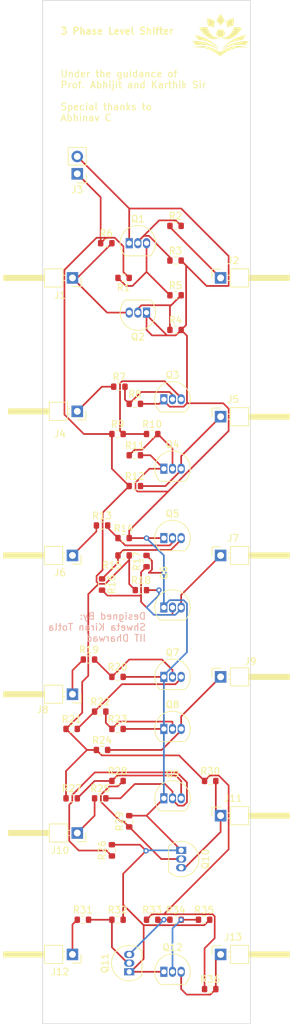
<source format=kicad_pcb>
(kicad_pcb (version 20221018) (generator pcbnew)
  (layers (0 "F.Cu" signal) (31 "B.Cu" signal) (34 "B.Paste" user) (35 "F.Paste" user) (36 "B.SilkS" user "B.Silkscreen") (37 "F.SilkS" user "F.Silkscreen") (38 "B.Mask" user) (39 "F.Mask" user) (44 "Edge.Cuts" user))
  (net 0 "")
  (net 1 "Net-(J1-Pin_1)")
  (net 2 "Net-(J2-Pin_1)")
  (net 3 "VCC")
  (net 4 "GND")
  (net 5 "Net-(Q1-B)")
  (net 6 "Net-(Q1-C)")
  (net 7 "Net-(Q2-B)")
  (net 8 "Net-(J4-Pin_1)")
  (net 9 "Net-(J5-Pin_1)")
  (net 10 "Net-(Q3-B)")
  (net 11 "Net-(Q3-C)")
  (net 12 "Net-(Q4-B)")
  (net 13 "Net-(J6-Pin_1)")
  (net 14 "Net-(J7-Pin_1)")
  (net 15 "Net-(Q5-B)")
  (net 16 "Net-(Q5-C)")
  (net 17 "Net-(Q6-B)")
  (net 18 "Net-(J8-Pin_1)")
  (net 19 "Net-(J9-Pin_1)")
  (net 20 "Net-(Q7-B)")
  (net 21 "Net-(Q7-C)")
  (net 22 "Net-(Q8-B)")
  (net 23 "Net-(J10-Pin_1)")
  (net 24 "Net-(J11-Pin_1)")
  (net 25 "Net-(Q9-B)")
  (net 26 "Net-(Q9-C)")
  (net 27 "Net-(Q10-B)")
  (net 28 "Net-(J12-Pin_1)")
  (net 29 "Net-(J13-Pin_1)")
  (net 30 "Net-(Q11-B)")
  (net 31 "Net-(Q11-C)")
  (net 32 "Net-(Q12-B)")
  (footprint "Connector_PinHeader_2.54mm:PinHeader_1x01_P2.54mm_Horizontal" (layer "F.Cu") (at 60.255 106.68 180)
    (fp_text reference "J6" (at 1.835 -2.54) (layer "F.SilkS"))
    (fp_text value "Conn_01x01_Pin")
    (pad "1" thru_hole rect (at 0 0 180) (size 1.7 1.7) (drill 1) (layers "*.Cu" "*.Mask") (net 13 "Net-(J6-Pin_1)"))
  )
  (footprint "Package_TO_SOT_THT:TO-92_Inline" (layer "F.Cu") (at 73.66 93.98)
    (fp_text reference "Q4" (at 1.27 -3.56) (layer "F.SilkS"))
    (fp_text value "PN2222A")
    (pad "1" thru_hole rect (at 0 0) (size 1.05 1.5) (drill 0.75) (layers "*.Cu" "*.Mask") (net 4 "GND"))
    (pad "2" thru_hole oval (at 1.27 0) (size 1.05 1.5) (drill 0.75) (layers "*.Cu" "*.Mask") (net 12 "Net-(Q4-B)"))
    (pad "3" thru_hole oval (at 2.54 0) (size 1.05 1.5) (drill 0.75) (layers "*.Cu" "*.Mask") (net 9 "Net-(J5-Pin_1)"))
  )
  (footprint "Package_TO_SOT_THT:TO-92_Inline" (layer "F.Cu") (at 76.2 149.86 -90)
    (fp_text reference "Q10" (at 1.27 -3.56 90) (layer "F.SilkS"))
    (fp_text value "PN2222A")
    (pad "1" thru_hole rect (at 0 0 270) (size 1.05 1.5) (drill 0.75) (layers "*.Cu" "*.Mask") (net 4 "GND"))
    (pad "2" thru_hole oval (at 1.27 0 270) (size 1.05 1.5) (drill 0.75) (layers "*.Cu" "*.Mask") (net 27 "Net-(Q10-B)"))
    (pad "3" thru_hole oval (at 2.54 0 270) (size 1.05 1.5) (drill 0.75) (layers "*.Cu" "*.Mask") (net 24 "Net-(J11-Pin_1)"))
  )
  (footprint "Resistor_SMD:R_0603_1608Metric" (layer "F.Cu") (at 62.675 121.92)
    (fp_text reference "R19" (at 0 -1.43) (layer "F.SilkS"))
    (fp_text value "1K")
    (pad "1" smd roundrect (at -0.825 0) (size 0.8 0.95) (layers "F.Cu" "F.Paste" "F.Mask") (net 18 "Net-(J8-Pin_1)"))
    (pad "2" smd roundrect (at 0.825 0) (size 0.8 0.95) (layers "F.Cu" "F.Paste" "F.Mask") (net 20 "Net-(Q7-B)"))
  )
  (footprint "Resistor_SMD:R_0603_1608Metric" (layer "F.Cu") (at 69.405 92.01)
    (fp_text reference "R11" (at 0 -1.43) (layer "F.SilkS"))
    (fp_text value "3.3K")
    (pad "1" smd roundrect (at -0.825 0) (size 0.8 0.95) (layers "F.Cu" "F.Paste" "F.Mask") (net 12 "Net-(Q4-B)"))
    (pad "2" smd roundrect (at 0.825 0) (size 0.8 0.95) (layers "F.Cu" "F.Paste" "F.Mask") (net 4 "GND"))
  )
  (footprint "Resistor_SMD:R_0603_1608Metric" (layer "F.Cu") (at 79.565 160.02)
    (fp_text reference "R35" (at 0 -1.43) (layer "F.SilkS"))
    (fp_text value "3.3K")
    (pad "1" smd roundrect (at -0.825 0) (size 0.8 0.95) (layers "F.Cu" "F.Paste" "F.Mask") (net 32 "Net-(Q12-B)"))
    (pad "2" smd roundrect (at 0.825 0) (size 0.8 0.95) (layers "F.Cu" "F.Paste" "F.Mask") (net 4 "GND"))
  )
  (footprint "Resistor_SMD:R_0603_1608Metric" (layer "F.Cu") (at 70.295 111.76)
    (fp_text reference "R18" (at 0 -1.43) (layer "F.SilkS"))
    (fp_text value "150")
    (pad "1" smd roundrect (at -0.825 0) (size 0.8 0.95) (layers "F.Cu" "F.Paste" "F.Mask") (net 3 "VCC"))
    (pad "2" smd roundrect (at 0.825 0) (size 0.8 0.95) (layers "F.Cu" "F.Paste" "F.Mask") (net 14 "Net-(J7-Pin_1)"))
  )
  (footprint "Package_TO_SOT_THT:TO-92_Inline" (layer "F.Cu") (at 73.66 83.82)
    (fp_text reference "Q3" (at 1.27 -3.56) (layer "F.SilkS"))
    (fp_text value "PN2222A")
    (pad "1" thru_hole rect (at 0 0) (size 1.05 1.5) (drill 0.75) (layers "*.Cu" "*.Mask") (net 4 "GND"))
    (pad "2" thru_hole oval (at 1.27 0) (size 1.05 1.5) (drill 0.75) (layers "*.Cu" "*.Mask") (net 10 "Net-(Q3-B)"))
    (pad "3" thru_hole oval (at 2.54 0) (size 1.05 1.5) (drill 0.75) (layers "*.Cu" "*.Mask") (net 11 "Net-(Q3-C)"))
  )
  (footprint "Resistor_SMD:R_0603_1608Metric" (layer "F.Cu") (at 69.405 96.52)
    (fp_text reference "R12" (at 0 -1.43) (layer "F.SilkS"))
    (fp_text value "150")
    (pad "1" smd roundrect (at -0.825 0) (size 0.8 0.95) (layers "F.Cu" "F.Paste" "F.Mask") (net 3 "VCC"))
    (pad "2" smd roundrect (at 0.825 0) (size 0.8 0.95) (layers "F.Cu" "F.Paste" "F.Mask") (net 9 "Net-(J5-Pin_1)"))
  )
  (footprint "Resistor_SMD:R_0603_1608Metric" (layer "F.Cu") (at 75.375 160.02)
    (fp_text reference "R34" (at 0 -1.43) (layer "F.SilkS"))
    (fp_text value "100")
    (pad "1" smd roundrect (at -0.825 0) (size 0.8 0.95) (layers "F.Cu" "F.Paste" "F.Mask") (net 31 "Net-(Q11-C)"))
    (pad "2" smd roundrect (at 0.825 0) (size 0.8 0.95) (layers "F.Cu" "F.Paste" "F.Mask") (net 32 "Net-(Q12-B)"))
  )
  (footprint "Connector_PinHeader_2.54mm:PinHeader_1x01_P2.54mm_Horizontal" (layer "F.Cu") (at 60.96 85.58 180)
    (fp_text reference "J4" (at 2.54 -3.32) (layer "F.SilkS"))
    (fp_text value "Conn_01x01_Pin")
    (pad "1" thru_hole rect (at 0 0 180) (size 1.7 1.7) (drill 1) (layers "*.Cu" "*.Mask") (net 8 "Net-(J4-Pin_1)"))
  )
  (footprint "Connector_PinHeader_2.54mm:PinHeader_1x01_P2.54mm_Horizontal" (layer "F.Cu") (at 60.255 127 180)
    (fp_text reference "J8" (at 4.385 -2.27) (layer "F.SilkS"))
    (fp_text value "Conn_01x01_Pin")
    (pad "1" thru_hole rect (at 0 0 180) (size 1.7 1.7) (drill 1) (layers "*.Cu" "*.Mask") (net 18 "Net-(J8-Pin_1)"))
  )
  (footprint "Connector_PinHeader_2.54mm:PinHeader_1x01_P2.54mm_Horizontal" (layer "F.Cu") (at 60.255 66.04 180)
    (fp_text reference "J1" (at 1.835 -2.54) (layer "F.SilkS"))
    (fp_text value "Conn_01x01_Pin")
    (pad "1" thru_hole rect (at 0 0 180) (size 1.7 1.7) (drill 1) (layers "*.Cu" "*.Mask") (net 1 "Net-(J1-Pin_1)"))
  )
  (footprint "Resistor_SMD:R_0603_1608Metric" (layer "F.Cu") (at 66.865 124.46)
    (fp_text reference "R20" (at 0 -1.43) (layer "F.SilkS"))
    (fp_text value "3.3K")
    (pad "1" smd roundrect (at -0.825 0) (size 0.8 0.95) (layers "F.Cu" "F.Paste" "F.Mask") (net 20 "Net-(Q7-B)"))
    (pad "2" smd roundrect (at 0.825 0) (size 0.8 0.95) (layers "F.Cu" "F.Paste" "F.Mask") (net 4 "GND"))
  )
  (footprint "Connector_PinHeader_2.54mm:PinHeader_1x01_P2.54mm_Horizontal" (layer "F.Cu") (at 81.985 165.1)
    (fp_text reference "J13" (at 1.835 -2.54) (layer "F.SilkS"))
    (fp_text value "Conn_01x01_Pin")
    (pad "1" thru_hole rect (at 0 0) (size 1.7 1.7) (drill 1) (layers "*.Cu" "*.Mask") (net 29 "Net-(J13-Pin_1)"))
  )
  (footprint "Package_TO_SOT_THT:TO-92_Inline" (layer "F.Cu") (at 73.66 114.3)
    (fp_text reference "Q6" (at 0 -5.08 90) (layer "F.SilkS"))
    (fp_text value "PN2222A")
    (pad "1" thru_hole rect (at 0 0) (size 1.05 1.5) (drill 0.75) (layers "*.Cu" "*.Mask") (net 4 "GND"))
    (pad "2" thru_hole oval (at 1.27 0) (size 1.05 1.5) (drill 0.75) (layers "*.Cu" "*.Mask") (net 17 "Net-(Q6-B)"))
    (pad "3" thru_hole oval (at 2.54 0) (size 1.05 1.5) (drill 0.75) (layers "*.Cu" "*.Mask") (net 14 "Net-(J7-Pin_1)"))
  )
  (footprint "Package_TO_SOT_THT:TO-92_Inline" (layer "F.Cu") (at 73.66 124.46)
    (fp_text reference "Q7" (at 1.27 -3.56) (layer "F.SilkS"))
    (fp_text value "PN2222A")
    (pad "1" thru_hole rect (at 0 0) (size 1.05 1.5) (drill 0.75) (layers "*.Cu" "*.Mask") (net 4 "GND"))
    (pad "2" thru_hole oval (at 1.27 0) (size 1.05 1.5) (drill 0.75) (layers "*.Cu" "*.Mask") (net 20 "Net-(Q7-B)"))
    (pad "3" thru_hole oval (at 2.54 0) (size 1.05 1.5) (drill 0.75) (layers "*.Cu" "*.Mask") (net 21 "Net-(Q7-C)"))
  )
  (footprint "Package_TO_SOT_THT:TO-92_Inline" (layer "F.Cu") (at 73.66 104.14)
    (fp_text reference "Q5" (at 1.27 -3.56) (layer "F.SilkS"))
    (fp_text value "PN2222A")
    (pad "1" thru_hole rect (at 0 0) (size 1.05 1.5) (drill 0.75) (layers "*.Cu" "*.Mask") (net 4 "GND"))
    (pad "2" thru_hole oval (at 1.27 0) (size 1.05 1.5) (drill 0.75) (layers "*.Cu" "*.Mask") (net 15 "Net-(Q5-B)"))
    (pad "3" thru_hole oval (at 2.54 0) (size 1.05 1.5) (drill 0.75) (layers "*.Cu" "*.Mask") (net 16 "Net-(Q5-C)"))
  )
  (footprint "Resistor_SMD:R_0603_1608Metric" (layer "F.Cu") (at 67.755 104.14)
    (fp_text reference "R14" (at 0 -1.43) (layer "F.SilkS"))
    (fp_text value "3.3K")
    (pad "1" smd roundrect (at -0.825 0) (size 0.8 0.95) (layers "F.Cu" "F.Paste" "F.Mask") (net 15 "Net-(Q5-B)"))
    (pad "2" smd roundrect (at 0.825 0) (size 0.8 0.95) (layers "F.Cu" "F.Paste" "F.Mask") (net 4 "GND"))
  )
  (footprint "Resistor_SMD:R_0603_1608Metric" (layer "F.Cu") (at 66.865 160.02)
    (fp_text reference "R32" (at 0 -1.43) (layer "F.SilkS"))
    (fp_text value "3.3K")
    (pad "1" smd roundrect (at -0.825 0) (size 0.8 0.95) (layers "F.Cu" "F.Paste" "F.Mask") (net 30 "Net-(Q11-B)"))
    (pad "2" smd roundrect (at 0.825 0) (size 0.8 0.95) (layers "F.Cu" "F.Paste" "F.Mask") (net 4 "GND"))
  )
  (footprint "Resistor_SMD:R_0603_1608Metric" (layer "F.Cu") (at 66.865 132.08)
    (fp_text reference "R23" (at 0 -1.43) (layer "F.SilkS"))
    (fp_text value "3.3K")
    (pad "1" smd roundrect (at -0.825 0) (size 0.8 0.95) (layers "F.Cu" "F.Paste" "F.Mask") (net 22 "Net-(Q8-B)"))
    (pad "2" smd roundrect (at 0.825 0) (size 0.8 0.95) (layers "F.Cu" "F.Paste" "F.Mask") (net 4 "GND"))
  )
  (footprint "Connector_PinHeader_2.54mm:PinHeader_1x01_P2.54mm_Horizontal" (layer "F.Cu") (at 81.985 144.78)
    (fp_text reference "J11" (at 1.835 -2.54) (layer "F.SilkS"))
    (fp_text value "Conn_01x01_Pin")
    (pad "1" thru_hole rect (at 0 0) (size 1.7 1.7) (drill 1) (layers "*.Cu" "*.Mask") (net 24 "Net-(J11-Pin_1)"))
  )
  (footprint "Resistor_SMD:R_0603_1608Metric" (layer "F.Cu") (at 71.12 107.505 90)
    (fp_text reference "R17" (at 0 -1.43 90) (layer "F.SilkS"))
    (fp_text value "3.3K")
    (pad "1" smd roundrect (at -0.825 0 90) (size 0.8 0.95) (layers "F.Cu" "F.Paste" "F.Mask") (net 17 "Net-(Q6-B)"))
    (pad "2" smd roundrect (at 0.825 0 90) (size 0.8 0.95) (layers "F.Cu" "F.Paste" "F.Mask") (net 4 "GND"))
  )
  (footprint "Connector_PinHeader_2.54mm:PinHeader_1x01_P2.54mm_Horizontal" (layer "F.Cu") (at 81.985 124.46)
    (fp_text reference "J9" (at 4.385 -2.27) (layer "F.SilkS"))
    (fp_text value "Conn_01x01_Pin")
    (pad "1" thru_hole rect (at 0 0) (size 1.7 1.7) (drill 1) (layers "*.Cu" "*.Mask") (net 19 "Net-(J9-Pin_1)"))
  )
  (footprint "Resistor_SMD:R_0603_1608Metric" (layer "F.Cu") (at 61.785 160.02)
    (fp_text reference "R31" (at 0 -1.43) (layer "F.SilkS"))
    (fp_text value "1K")
    (pad "1" smd roundrect (at -0.825 0) (size 0.8 0.95) (layers "F.Cu" "F.Paste" "F.Mask") (net 28 "Net-(J12-Pin_1)"))
    (pad "2" smd roundrect (at 0.825 0) (size 0.8 0.95) (layers "F.Cu" "F.Paste" "F.Mask") (net 30 "Net-(Q11-B)"))
  )
  (footprint "Resistor_SMD:R_0603_1608Metric" (layer "F.Cu") (at 66.04 149.86 90)
    (fp_text reference "R26" (at 0 -1.43 90) (layer "F.SilkS"))
    (fp_text value "3.3K")
    (pad "1" smd roundrect (at -0.825 0 90) (size 0.8 0.95) (layers "F.Cu" "F.Paste" "F.Mask") (net 25 "Net-(Q9-B)"))
    (pad "2" smd roundrect (at 0.825 0 90) (size 0.8 0.95) (layers "F.Cu" "F.Paste" "F.Mask") (net 4 "GND"))
  )
  (footprint "Connector_PinHeader_2.54mm:PinHeader_1x01_P2.54mm_Horizontal" (layer "F.Cu") (at 81.985 86.36)
    (fp_text reference "J5" (at 1.835 -2.54) (layer "F.SilkS"))
    (fp_text value "Conn_01x01_Pin")
    (pad "1" thru_hole rect (at 0 0) (size 1.7 1.7) (drill 1) (layers "*.Cu" "*.Mask") (net 9 "Net-(J5-Pin_1)"))
  )
  (footprint "Connector_PinHeader_2.54mm:PinHeader_1x02_P2.54mm_Vertical" (layer "F.Cu") (at 60.96 50.8 180)
    (fp_text reference "J3" (at 0 -2.33) (layer "F.SilkS"))
    (fp_text value "Conn_01x02_Pin")
    (pad "1" thru_hole rect (at 0 0 180) (size 1.7 1.7) (drill 1) (layers "*.Cu" "*.Mask") (net 3 "VCC"))
    (pad "2" thru_hole oval (at 0 2.54 180) (size 1.7 1.7) (drill 1) (layers "*.Cu" "*.Mask") (net 4 "GND"))
  )
  (footprint "Connector_PinHeader_2.54mm:PinHeader_1x01_P2.54mm_Horizontal" (layer "F.Cu") (at 60.255 165.1 180)
    (fp_text reference "J12" (at 1.835 -2.54) (layer "F.SilkS"))
    (fp_text value "Conn_01x01_Pin")
    (pad "1" thru_hole rect (at 0 0 180) (size 1.7 1.7) (drill 1) (layers "*.Cu" "*.Mask") (net 28 "Net-(J12-Pin_1)"))
  )
  (footprint "Resistor_SMD:R_0603_1608Metric" (layer "F.Cu") (at 65.215 60.96)
    (fp_text reference "R6" (at 0 -1.43) (layer "F.SilkS"))
    (fp_text value "150")
    (pad "1" smd roundrect (at -0.825 0) (size 0.8 0.95) (layers "F.Cu" "F.Paste" "F.Mask") (net 3 "VCC"))
    (pad "2" smd roundrect (at 0.825 0) (size 0.8 0.95) (layers "F.Cu" "F.Paste" "F.Mask") (net 1 "Net-(J1-Pin_1)"))
  )
  (footprint "Resistor_SMD:R_0603_1608Metric" (layer "F.Cu") (at 64.59 110.935 -90)
    (fp_text reference "R16" (at 0 -1.43 90) (layer "F.SilkS"))
    (fp_text value "100")
    (pad "1" smd roundrect (at -0.825 0 270) (size 0.8 0.95) (layers "F.Cu" "F.Paste" "F.Mask") (net 16 "Net-(Q5-C)"))
    (pad "2" smd roundrect (at 0.825 0 270) (size 0.8 0.95) (layers "F.Cu" "F.Paste" "F.Mask") (net 17 "Net-(Q6-B)"))
  )
  (footprint "Resistor_SMD:R_0603_1608Metric" (layer "F.Cu") (at 66.865 139.7)
    (fp_text reference "R28" (at 0 -1.43) (layer "F.SilkS"))
    (fp_text value "100")
    (pad "1" smd roundrect (at -0.825 0) (size 0.8 0.95) (layers "F.Cu" "F.Paste" "F.Mask") (net 26 "Net-(Q9-C)"))
    (pad "2" smd roundrect (at 0.825 0) (size 0.8 0.95) (layers "F.Cu" "F.Paste" "F.Mask") (net 27 "Net-(Q10-B)"))
  )
  (footprint "Resistor_SMD:R_0603_1608Metric" (layer "F.Cu") (at 71.945 88.9)
    (fp_text reference "R10" (at 0 -1.43) (layer "F.SilkS"))
    (fp_text value "100")
    (pad "1" smd roundrect (at -0.825 0) (size 0.8 0.95) (layers "F.Cu" "F.Paste" "F.Mask") (net 11 "Net-(Q3-C)"))
    (pad "2" smd roundrect (at 0.825 0) (size 0.8 0.95) (layers "F.Cu" "F.Paste" "F.Mask") (net 12 "Net-(Q4-B)"))
  )
  (footprint "Resistor_SMD:R_0603_1608Metric" (layer "F.Cu") (at 60.135 132.08)
    (fp_text reference "R21" (at 0 -1.43) (layer "F.SilkS"))
    (fp_text value "1K")
    (pad "1" smd roundrect (at -0.825 0) (size 0.8 0.95) (layers "F.Cu" "F.Paste" "F.Mask") (net 3 "VCC"))
    (pad "2" smd roundrect (at 0.825 0) (size 0.8 0.95) (layers "F.Cu" "F.Paste" "F.Mask") (net 21 "Net-(Q7-C)"))
  )
  (footprint "Resistor_SMD:R_0603_1608Metric" (layer "F.Cu") (at 75.375 63.5)
    (fp_text reference "R3" (at 0 -1.43) (layer "F.SilkS"))
    (fp_text value "3.3K")
    (pad "1" smd roundrect (at -0.825 0) (size 0.8 0.95) (layers "F.Cu" "F.Paste" "F.Mask") (net 5 "Net-(Q1-B)"))
    (pad "2" smd roundrect (at 0.825 0) (size 0.8 0.95) (layers "F.Cu" "F.Paste" "F.Mask") (net 4 "GND"))
  )
  (footprint "Connector_PinHeader_2.54mm:PinHeader_1x01_P2.54mm_Horizontal" (layer "F.Cu") (at 60.96 147.32 180)
    (fp_text reference "J10" (at 2.54 -2.54) (layer "F.SilkS"))
    (fp_text value "Conn_01x01_Pin")
    (pad "1" thru_hole rect (at 0 0 180) (size 1.7 1.7) (drill 1) (layers "*.Cu" "*.Mask") (net 23 "Net-(J10-Pin_1)"))
  )
  (footprint "Resistor_SMD:R_0603_1608Metric" (layer "F.Cu") (at 69.405 84.48)
    (fp_text reference "R8" (at 0 -1.43) (layer "F.SilkS"))
    (fp_text value "3.3K")
    (pad "1" smd roundrect (at -0.825 0) (size 0.8 0.95) (layers "F.Cu" "F.Paste" "F.Mask") (net 10 "Net-(Q3-B)"))
    (pad "2" smd roundrect (at 0.825 0) (size 0.8 0.95) (layers "F.Cu" "F.Paste" "F.Mask") (net 4 "GND"))
  )
  (footprint "Resistor_SMD:R_0603_1608Metric" (layer "F.Cu") (at 68.58 145.605 90)
    (fp_text reference "R29" (at 0 -1.43 90) (layer "F.SilkS"))
    (fp_text value "3.3K")
    (pad "1" smd roundrect (at -0.825 0 90) (size 0.8 0.95) (layers "F.Cu" "F.Paste" "F.Mask") (net 27 "Net-(Q10-B)"))
    (pad "2" smd roundrect (at 0.825 0 90) (size 0.8 0.95) (layers "F.Cu" "F.Paste" "F.Mask") (net 4 "GND"))
  )
  (footprint "Resistor_SMD:R_0603_1608Metric" (layer "F.Cu") (at 75.375 58.42)
    (fp_text reference "R2" (at 0 -1.43) (layer "F.SilkS"))
    (fp_text value "1K")
    (pad "1" smd roundrect (at -0.825 0) (size 0.8 0.95) (layers "F.Cu" "F.Paste" "F.Mask") (net 2 "Net-(J2-Pin_1)"))
    (pad "2" smd roundrect (at 0.825 0) (size 0.8 0.95) (layers "F.Cu" "F.Paste" "F.Mask") (net 5 "Net-(Q1-B)"))
  )
  (footprint "Package_TO_SOT_THT:TO-92_Inline" (layer "F.Cu") (at 68.58 167.64 90)
    (fp_text reference "Q11" (at 1.27 -3.56 90) (layer "F.SilkS"))
    (fp_text value "PN2222A")
    (pad "1" thru_hole rect (at 0 0 90) (size 1.05 1.5) (drill 0.75) (layers "*.Cu" "*.Mask") (net 4 "GND"))
    (pad "2" thru_hole oval (at 1.27 0 90) (size 1.05 1.5) (drill 0.75) (layers "*.Cu" "*.Mask") (net 30 "Net-(Q11-B)"))
    (pad "3" thru_hole oval (at 2.54 0 90) (size 1.05 1.5) (drill 0.75) (layers "*.Cu" "*.Mask") (net 31 "Net-(Q11-C)"))
  )
  (footprint "Resistor_SMD:R_0603_1608Metric" (layer "F.Cu") (at 67.755 106.68 180)
    (fp_text reference "R15" (at 1.715 -1.43) (layer "F.SilkS"))
    (fp_text value "1K")
    (pad "1" smd roundrect (at -0.825 0 180) (size 0.8 0.95) (layers "F.Cu" "F.Paste" "F.Mask") (net 3 "VCC"))
    (pad "2" smd roundrect (at 0.825 0 180) (size 0.8 0.95) (layers "F.Cu" "F.Paste" "F.Mask") (net 16 "Net-(Q5-C)"))
  )
  (footprint "Connector_PinHeader_2.54mm:PinHeader_1x01_P2.54mm_Horizontal" (layer "F.Cu") (at 81.985 66.04)
    (fp_text reference "J2" (at 1.835 -2.54) (layer "F.SilkS"))
    (fp_text value "Conn_01x01_Pin")
    (pad "1" thru_hole rect (at 0 0) (size 1.7 1.7) (drill 1) (layers "*.Cu" "*.Mask") (net 2 "Net-(J2-Pin_1)"))
  )
  (footprint "Resistor_SMD:R_0603_1608Metric" (layer "F.Cu") (at 64.325 129.54)
    (fp_text reference "R22" (at 0 -1.43) (layer "F.SilkS"))
    (fp_text value "100")
    (pad "1" smd roundrect (at -0.825 0) (size 0.8 0.95) (layers "F.Cu" "F.Paste" "F.Mask") (net 21 "Net-(Q7-C)"))
    (pad "2" smd roundrect (at 0.825 0) (size 0.8 0.95) (layers "F.Cu" "F.Paste" "F.Mask") (net 22 "Net-(Q8-B)"))
  )
  (footprint "Resistor_SMD:R_0603_1608Metric" (layer "F.Cu") (at 66.865 88.9)
    (fp_text reference "R9" (at 0 -1.43) (layer "F.SilkS"))
    (fp_text value "1K")
    (pad "1" smd roundrect (at -0.825 0) (size 0.8 0.95) (layers "F.Cu" "F.Paste" "F.Mask") (net 3 "VCC"))
    (pad "2" smd roundrect (at 0.825 0) (size 0.8 0.95) (layers "F.Cu" "F.Paste" "F.Mask") (net 11 "Net-(Q3-C)"))
  )
  (footprint "Package_TO_SOT_THT:TO-92_Inline" (layer "F.Cu") (at 73.66 132.08)
    (fp_text reference "Q8" (at 1.27 -3.56) (layer "F.SilkS"))
    (fp_text value "PN2222A")
    (pad "1" thru_hole rect (at 0 0) (size 1.05 1.5) (drill 0.75) (layers "*.Cu" "*.Mask") (net 4 "GND"))
    (pad "2" thru_hole oval (at 1.27 0) (size 1.05 1.5) (drill 0.75) (layers "*.Cu" "*.Mask") (net 22 "Net-(Q8-B)"))
    (pad "3" thru_hole oval (at 2.54 0) (size 1.05 1.5) (drill 0.75) (layers "*.Cu" "*.Mask") (net 19 "Net-(J9-Pin_1)"))
  )
  (footprint "Level Shifter:iitdh_logo" (layer "F.Cu") (at 81.28 30.48)
    (fp_text reference "G***" hide)
    (fp_text value "LOGO" hide)
  )
  (footprint "Resistor_SMD:R_0603_1608Metric" (layer "F.Cu") (at 75.375 68.58)
    (fp_text reference "R5" (at 0 -1.43) (layer "F.SilkS"))
    (fp_text value "100")
    (pad "1" smd roundrect (at -0.825 0) (size 0.8 0.95) (layers "F.Cu" "F.Paste" "F.Mask") (net 6 "Net-(Q1-C)"))
    (pad "2" smd roundrect (at 0.825 0) (size 0.8 0.95) (layers "F.Cu" "F.Paste" "F.Mask") (net 7 "Net-(Q2-B)"))
  )
  (footprint "Resistor_SMD:R_0603_1608Metric" (layer "F.Cu") (at 64.59 102.29)
    (fp_text reference "R13" (at 0 -1.43) (layer "F.SilkS"))
    (fp_text value "1K")
    (pad "1" smd roundrect (at -0.825 0) (size 0.8 0.95) (layers "F.Cu" "F.Paste" "F.Mask") (net 13 "Net-(J6-Pin_1)"))
    (pad "2" smd roundrect (at 0.825 0) (size 0.8 0.95) (layers "F.Cu" "F.Paste" "F.Mask") (net 15 "Net-(Q5-B)"))
  )
  (footprint "Package_TO_SOT_THT:TO-92_Inline" (layer "F.Cu") (at 73.66 142.24)
    (fp_text reference "Q9" (at 1.27 -3.56) (layer "F.SilkS"))
    (fp_text value "PN2222A")
    (pad "1" thru_hole rect (at 0 0) (size 1.05 1.5) (drill 0.75) (layers "*.Cu" "*.Mask") (net 4 "GND"))
    (pad "2" thru_hole oval (at 1.27 0) (size 1.05 1.5) (drill 0.75) (layers "*.Cu" "*.Mask") (net 25 "Net-(Q9-B)"))
    (pad "3" thru_hole oval (at 2.54 0) (size 1.05 1.5) (drill 0.75) (layers "*.Cu" "*.Mask") (net 26 "Net-(Q9-C)"))
  )
  (footprint "Resistor_SMD:R_0603_1608Metric" (layer "F.Cu") (at 64.59 135.16)
    (fp_text reference "R24" (at 0 -1.43) (layer "F.SilkS"))
    (fp_text value "150")
    (pad "1" smd roundrect (at -0.825 0) (size 0.8 0.95) (layers "F.Cu" "F.Paste" "F.Mask") (net 3 "VCC"))
    (pad "2" smd roundrect (at 0.825 0) (size 0.8 0.95) (layers "F.Cu" "F.Paste" "F.Mask") (net 19 "Net-(J9-Pin_1)"))
  )
  (footprint "Resistor_SMD:R_0603_1608Metric" (layer "F.Cu") (at 71.945 160.02)
    (fp_text reference "R33" (at 0 -1.43) (layer "F.SilkS"))
    (fp_text value "1K")
    (pad "1" smd roundrect (at -0.825 0) (size 0.8 0.95) (layers "F.Cu" "F.Paste" "F.Mask") (net 3 "VCC"))
    (pad "2" smd roundrect (at 0.825 0) (size 0.8 0.95) (layers "F.Cu" "F.Paste" "F.Mask") (net 31 "Net-(Q11-C)"))
  )
  (footprint "Connector_PinHeader_2.54mm:PinHeader_1x01_P2.54mm_Horizontal" (layer "F.Cu") (at 81.985 106.68)
    (fp_text reference "J7" (at 1.835 -2.54) (layer "F.SilkS"))
    (fp_text value "Conn_01x01_Pin")
    (pad "1" thru_hole rect (at 0 0) (size 1.7 1.7) (drill 1) (layers "*.Cu" "*.Mask") (net 14 "Net-(J7-Pin_1)"))
  )
  (footprint "Resistor_SMD:R_0603_1608Metric" (layer "F.Cu") (at 60.135 142.24)
    (fp_text reference "R27" (at 0 -1.43) (layer "F.SilkS"))
    (fp_text value "1K")
    (pad "1" smd roundrect (at -0.825 0) (size 0.8 0.95) (layers "F.Cu" "F.Paste" "F.Mask") (net 3 "VCC"))
    (pad "2" smd roundrect (at 0.825 0) (size 0.8 0.95) (layers "F.Cu" "F.Paste" "F.Mask") (net 26 "Net-(Q9-C)"))
  )
  (footprint "Package_TO_SOT_THT:TO-92_Inline" (layer "F.Cu") (at 68.58 60.96)
    (fp_text reference "Q1" (at 1.27 -3.56) (layer "F.SilkS"))
    (fp_text value "PN2222A")
    (pad "1" thru_hole rect (at 0 0) (size 1.05 1.5) (drill 0.75) (layers "*.Cu" "*.Mask") (net 4 "GND"))
    (pad "2" thru_hole oval (at 1.27 0) (size 1.05 1.5) (drill 0.75) (layers "*.Cu" "*.Mask") (net 5 "Net-(Q1-B)"))
    (pad "3" thru_hole oval (at 2.54 0) (size 1.05 1.5) (drill 0.75) (layers "*.Cu" "*.Mask") (net 6 "Net-(Q1-C)"))
  )
  (footprint "Resistor_SMD:R_0603_1608Metric" (layer "F.Cu") (at 80.455 139.7)
    (fp_text reference "R30" (at 0 -1.43) (layer "F.SilkS"))
    (fp_text value "150")
    (pad "1" smd roundrect (at -0.825 0) (size 0.8 0.95) (layers "F.Cu" "F.Paste" "F.Mask") (net 3 "VCC"))
    (pad "2" smd roundrect (at 0.825 0) (size 0.8 0.95) (layers "F.Cu" "F.Paste" "F.Mask") (net 24 "Net-(J11-Pin_1)"))
  )
  (footprint "Resistor_SMD:R_0603_1608Metric" (layer "F.Cu") (at 75.375 73.66)
    (fp_text reference "R4" (at 0 -1.43) (layer "F.SilkS"))
    (fp_text value "3.3K")
    (pad "1" smd roundrect (at -0.825 0) (size 0.8 0.95) (layers "F.Cu" "F.Paste" "F.Mask") (net 7 "Net-(Q2-B)"))
    (pad "2" smd roundrect (at 0.825 0) (size 0.8 0.95) (layers "F.Cu" "F.Paste" "F.Mask") (net 4 "GND"))
  )
  (footprint "Resistor_SMD:R_0603_1608Metric" (layer "F.Cu") (at 67.755 66.04 180)
    (fp_text reference "R1" (at 0 -1.43) (layer "F.SilkS"))
    (fp_text value "1K")
    (pad "1" smd roundrect (at -0.825 0 180) (size 0.8 0.95) (layers "F.Cu" "F.Paste" "F.Mask") (net 3 "VCC"))
    (pad "2" smd roundrect (at 0.825 0 180) (size 0.8 0.95) (layers "F.Cu" "F.Paste" "F.Mask") (net 6 "Net-(Q1-C)"))
  )
  (footprint "Resistor_SMD:R_0603_1608Metric" (layer "F.Cu") (at 64.325 142.24)
    (fp_text reference "R25" (at 0 -1.43) (layer "F.SilkS"))
    (fp_text value "1K")
    (pad "1" smd roundrect (at -0.825 0) (size 0.8 0.95) (layers "F.Cu" "F.Paste" "F.Mask") (net 23 "Net-(J10-Pin_1)"))
    (pad "2" smd roundrect (at 0.825 0) (size 0.8 0.95) (layers "F.Cu" "F.Paste" "F.Mask") (net 25 "Net-(Q9-B)"))
  )
  (footprint "Package_TO_SOT_THT:TO-92_Inline" (layer "F.Cu") (at 73.66 167.64)
    (fp_text reference "Q12" (at 1.27 -3.56) (layer "F.SilkS"))
    (fp_text value "PN2222A")
    (pad "1" thru_hole rect (at 0 0) (size 1.05 1.5) (drill 0.75) (layers "*.Cu" "*.Mask") (net 4 "GND"))
    (pad "2" thru_hole oval (at 1.27 0) (size 1.05 1.5) (drill 0.75) (layers "*.Cu" "*.Mask") (net 32 "Net-(Q12-B)"))
    (pad "3" thru_hole oval (at 2.54 0) (size 1.05 1.5) (drill 0.75) (layers "*.Cu" "*.Mask") (net 29 "Net-(J13-Pin_1)"))
  )
  (footprint "Package_TO_SOT_THT:TO-92_Inline" (layer "F.Cu") (at 71.12 71.12 180)
    (fp_text reference "Q2" (at 1.27 -3.56) (layer "F.SilkS"))
    (fp_text value "PN2222A")
    (pad "1" thru_hole rect (at 0 0 180) (size 1.05 1.5) (drill 0.75) (layers "*.Cu" "*.Mask") (net 4 "GND"))
    (pad "2" thru_hole oval (at 1.27 0 180) (size 1.05 1.5) (drill 0.75) (layers "*.Cu" "*.Mask") (net 7 "Net-(Q2-B)"))
    (pad "3" thru_hole oval (at 2.54 0 180) (size 1.05 1.5) (drill 0.75) (layers "*.Cu" "*.Mask") (net 1 "Net-(J1-Pin_1)"))
  )
  (footprint "Resistor_SMD:R_0603_1608Metric" (layer "F.Cu") (at 67.13 81.97)
    (fp_text reference "R7" (at 0 -1.43) (layer "F.SilkS"))
    (fp_text value "1K")
    (pad "1" smd roundrect (at -0.825 0) (size 0.8 0.95) (layers "F.Cu" "F.Paste" "F.Mask") (net 8 "Net-(J4-Pin_1)"))
    (pad "2" smd roundrect (at 0.825 0) (size 0.8 0.95) (layers "F.Cu" "F.Paste" "F.Mask") (net 10 "Net-(Q3-B)"))
  )
  (footprint "Resistor_SMD:R_0603_1608Metric" (layer "F.Cu") (at 80.455 170.18)
    (fp_text reference "R36" (at 0 -1.43) (layer "F.SilkS"))
    (fp_text value "150")
    (pad "1" smd roundrect (at -0.825 0) (size 0.8 0.95) (layers "F.Cu" "F.Paste" "F.Mask") (net 3 "VCC"))
    (pad "2" smd roundrect (at 0.825 0) (size 0.8 0.95) (layers "F.Cu" "F.Paste" "F.Mask") (net 29 "Net-(J13-Pin_1)"))
  )
  (gr_rect (start 55.88 25.4) (end 86.36 175.26) (stroke (width 0.1)) (fill none) (layer "Edge.Cuts"))
  (gr_text "Designed By:\nShweta Kiran Totla\nIIT Dharwad" (at 71.12 119.38) (layer "B.SilkS") (effects (font (size 1 1)) (justify left bottom mirror)))
  (gr_text "3 Phase Level Shifter" (at 58.42 30.48) (layer "F.SilkS") (effects (font (size 1 1) (thickness 0.2) bold) (justify left bottom)))
  (gr_text "Under the guidance of \nProf. Abhijit and Karthik Sir\n\nSpecial thanks to \nAbhinav C" (at 58.42 43.18) (layer "F.SilkS") (effects (font (size 1 1)) (justify left bottom)))
  (segment (start 68.58 71.67) (end 68.58 71.12) (width 0.25) (layer "F.Cu") (net 1))
  (segment (start 65.335 71.12) (end 60.255 66.04) (width 0.25) (layer "F.Cu") (net 1))
  (segment (start 68.58 71.12) (end 65.335 71.12) (width 0.25) (layer "F.Cu") (net 1))
  (segment (start 66.04 60.96) (end 60.96 66.04) (width 0.25) (layer "F.Cu") (net 1))
  (segment (start 60.96 66.04) (end 60.255 66.04) (width 0.25) (layer "F.Cu") (net 1))
  (segment (start 74.55 58.605) (end 74.55 58.42) (width 0.25) (layer "F.Cu") (net 2))
  (segment (start 81.985 66.04) (end 74.55 58.605) (width 0.25) (layer "F.Cu") (net 2))
  (segment (start 81.703004 138.9) (end 83.16 140.356996) (width 0.25) (layer "F.Cu") (net 3))
  (segment (start 80.43 138.9) (end 81.703004 138.9) (width 0.25) (layer "F.Cu") (net 3))
  (segment (start 79.63 139.7) (end 80.43 138.9) (width 0.25) (layer "F.Cu") (net 3))
  (segment (start 73.66 159.22) (end 80.813004 159.22) (width 0.25) (layer "F.Cu") (net 3))
  (segment (start 63.785 60.16) (end 66.463004 60.16) (width 0.25) (layer "F.Cu") (net 3))
  (segment (start 61.686396 125.186396) (end 62.575 124.297792) (width 0.25) (layer "F.Cu") (net 3))
  (segment (start 63.765 135.16) (end 62.39 135.16) (width 0.25) (layer "F.Cu") (net 3))
  (segment (start 59.31 132.08) (end 61.686396 129.703604) (width 0.25) (layer "F.Cu") (net 3))
  (segment (start 79.63 164.21) (end 79.63 170.18) (width 0.25) (layer "F.Cu") (net 3))
  (segment (start 66.04 88.9) (end 66.04 93.98) (width 0.25) (layer "F.Cu") (net 3))
  (segment (start 81.115 159.521996) (end 81.115 162.725) (width 0.25) (layer "F.Cu") (net 3))
  (segment (start 81.115 162.725) (end 79.63 164.21) (width 0.25) (layer "F.Cu") (net 3))
  (segment (start 83.16 149.72) (end 73.66 159.22) (width 0.25) (layer "F.Cu") (net 3))
  (segment (start 71.12 160.02) (end 71.92 159.22) (width 0.25) (layer "F.Cu") (net 3))
  (segment (start 79.63 139.7) (end 75.89 135.96) (width 0.25) (layer "F.Cu") (net 3))
  (segment (start 63.79 109.686996) (end 63.79 110.533004) (width 0.25) (layer "F.Cu") (net 3))
  (segment (start 62.575 112.351996) (end 64.091996 110.835) (width 0.25) (layer "F.Cu") (net 3))
  (segment (start 65.19 60.16) (end 64.39 60.96) (width 0.25) (layer "F.Cu") (net 3))
  (segment (start 61.686396 129.703604) (end 61.686396 125.186396) (width 0.25) (layer "F.Cu") (net 3))
  (segment (start 59.08 64.865) (end 63.785 60.16) (width 0.25) (layer "F.Cu") (net 3))
  (segment (start 64.678604 100.421396) (end 64.678604 108.798392) (width 0.25) (layer "F.Cu") (net 3))
  (segment (start 66.463004 60.16) (end 67.73 61.426996) (width 0.25) (layer "F.Cu") (net 3))
  (segment (start 67.73 65.19) (end 68.58 66.04) (width 0.25) (layer "F.Cu") (net 3))
  (segment (start 63.79 110.533004) (end 64.091996 110.835) (width 0.25) (layer "F.Cu") (net 3))
  (segment (start 64.091996 110.835) (end 65.088004 110.835) (width 0.25) (layer "F.Cu") (net 3))
  (segment (start 66.04 88.9) (end 61.93 88.9) (width 0.25) (layer "F.Cu") (net 3))
  (segment (start 62.39 135.16) (end 59.31 132.08) (width 0.25) (layer "F.Cu") (net 3))
  (segment (start 68.58 110.87) (end 69.47 111.76) (width 0.25) (layer "F.Cu") (net 3))
  (segment (start 62.575 124.297792) (end 62.575 112.351996) (width 0.25) (layer "F.Cu") (net 3))
  (segment (start 64.678604 108.798392) (end 63.79 109.686996) (width 0.25) (layer "F.Cu") (net 3))
  (segment (start 68.58 96.52) (end 64.678604 100.421396) (width 0.25) (layer "F.Cu") (net 3))
  (segment (start 59.31 138.24) (end 62.39 135.16) (width 0.25) (layer "F.Cu") (net 3))
  (segment (start 67.73 61.426996) (end 67.73 65.19) (width 0.25) (layer "F.Cu") (net 3))
  (segment (start 61.93 88.9) (end 59.08 86.05) (width 0.25) (layer "F.Cu") (net 3))
  (segment (start 64.565 135.96) (end 63.765 135.16) (width 0.25) (layer "F.Cu") (net 3))
  (segment (start 68.58 106.68) (end 68.58 110.87) (width 0.25) (layer "F.Cu") (net 3))
  (segment (start 68.58 107.343004) (end 68.58 106.68) (width 0.25) (layer "F.Cu") (net 3))
  (segment (start 59.31 142.24) (end 59.31 138.24) (width 0.25) (layer "F.Cu") (net 3))
  (segment (start 80.813004 159.22) (end 81.115 159.521996) (width 0.25) (layer "F.Cu") (net 3))
  (segment (start 66.463004 60.16) (end 65.19 60.16) (width 0.25) (layer "F.Cu") (net 3))
  (segment (start 75.89 135.96) (end 64.565 135.96) (width 0.25) (layer "F.Cu") (net 3))
  (segment (start 64.39 60.96) (end 64.39 54.23) (width 0.25) (layer "F.Cu") (net 3))
  (segment (start 65.088004 110.835) (end 68.58 107.343004) (width 0.25) (layer "F.Cu") (net 3))
  (segment (start 64.39 54.23) (end 60.96 50.8) (width 0.25) (layer "F.Cu") (net 3))
  (segment (start 59.08 86.05) (end 59.08 64.865) (width 0.25) (layer "F.Cu") (net 3))
  (segment (start 66.04 93.98) (end 68.58 96.52) (width 0.25) (layer "F.Cu") (net 3))
  (segment (start 83.16 140.356996) (end 83.16 149.72) (width 0.25) (layer "F.Cu") (net 3))
  (segment (start 71.92 159.22) (end 73.66 159.22) (width 0.25) (layer "F.Cu") (net 3))
  (segment (start 68.805 167.64) (end 70.696996 165.748004) (width 0.25) (layer "F.Cu") (net 4))
  (segment (start 82.372082 84.397082) (end 77.05 84.397082) (width 0.25) (layer "F.Cu") (net 4))
  (segment (start 76.552082 84.895) (end 77.05 84.397082) (width 0.25) (layer "F.Cu") (net 4))
  (segment (start 70.159694 149.035) (end 71.052347 149.927653) (width 0.25) (layer "F.Cu") (net 4))
  (segment (start 71.92 107.48) (end 71.92 108.753004) (width 0.25) (layer "F.Cu") (net 4))
  (segment (start 83.16 62.84) (end 76.2 55.88) (width 0.25) (layer "F.Cu") (net 4))
  (segment (start 71.12 144.78) (end 73.66 142.24) (width 0.25) (layer "F.Cu") (net 4))
  (segment (start 71.12 71.453004) (end 71.12 71.12) (width 0.25) (layer "F.Cu") (net 4))
  (segment (start 68.58 104.14) (end 68.58 103.027082) (width 0.25) (layer "F.Cu") (net 4))
  (segment (start 67.69 160.02) (end 67.69 157.48) (width 0.25) (layer "F.Cu") (net 4))
  (segment (start 73.66 104.14) (end 73.66 103.915) (width 0.25) (layer "F.Cu") (net 4))
  (segment (start 70.696996 160.82) (end 67.69 157.813004) (width 0.25) (layer "F.Cu") (net 4))
  (segment (start 76.2 63.5) (end 76.925 64.225) (width 0.25) (layer "F.Cu") (net 4))
  (segment (start 76.2 55.88) (end 68.58 55.88) (width 0.25) (layer "F.Cu") (net 4))
  (segment (start 76.2 63.5) (end 79.915 67.215) (width 0.25) (layer "F.Cu") (net 4))
  (segment (start 80.39 160.02) (end 79.59 160.82) (width 0.25) (layer "F.Cu") (net 4))
  (segment (start 77.05 74.51) (end 76.2 73.66) (width 0.25) (layer "F.Cu") (net 4))
  (segment (start 71.12 73.66) (end 71.12 71.12) (width 0.25) (layer "F.Cu") (net 4))
  (segment (start 76.925 72.935) (end 76.2 73.66) (width 0.25) (layer "F.Cu") (net 4))
  (segment (start 71.69 92.01) (end 73.66 93.98) (width 0.25) (layer "F.Cu") (net 4))
  (segment (start 83.16 67.215) (end 83.16 62.84) (width 0.25) (layer "F.Cu") (net 4))
  (segment (start 66.04 149.035) (end 70.159694 149.035) (width 0.25) (layer "F.Cu") (net 4))
  (segment (start 67.69 153.29) (end 71.052347 149.927653) (width 0.25) (layer "F.Cu") (net 4))
  (segment (start 71.92 108.753004) (end 71.453004 109.22) (width 0.25) (layer "F.Cu") (net 4))
  (segment (start 71.92 74.46) (end 71.12 73.66) (width 0.25) (layer "F.Cu") (net 4))
  (segment (start 76.2 149.86) (end 71.12 144.78) (width 0.25) (layer "F.Cu") (net 4))
  (segment (start 70.23 92.01) (end 71.69 92.01) (width 0.25) (layer "F.Cu") (net 4))
  (segment (start 68.58 103.027082) (end 74.287082 97.32) (width 0.25) (layer "F.Cu") (net 4))
  (segment (start 67.69 132.08) (end 73.66 132.08) (width 0.25) (layer "F.Cu") (net 4))
  (segment (start 77.05 84.397082) (end 77.05 74.51) (width 0.25) (layer "F.Cu") (net 4))
  (segment (start 73.66 84.045) (end 74.51 84.895) (width 0.25) (layer "F.Cu") (net 4))
  (segment (start 69.505 96.021996) (end 69.505 97.018004) (width 0.25) (layer "F.Cu") (net 4))
  (segment (start 73.66 167.64) (end 68.58 167.64) (width 0.25) (layer "F.Cu") (net 4))
  (segment (start 73.66 83.82) (end 73.66 84.045) (width 0.25) (layer "F.Cu") (net 4))
  (segment (start 79.915 67.215) (end 83.16 67.215) (width 0.25) (layer "F.Cu") (net 4))
  (segment (start 68.58 55.88) (end 68.58 60.96) (width 0.25) (layer "F.Cu") (net 4))
  (segment (start 73.66 93.98) (end 71.546996 93.98) (width 0.25) (layer "F.Cu") (net 4))
  (segment (start 76.2 73.66) (end 75.4 74.46) (width 0.25) (layer "F.Cu") (net 4))
  (segment (start 70.696996 165.748004) (end 70.696996 160.82) (width 0.25) (layer "F.Cu") (net 4))
  (segment (start 68.58 167.64) (end 68.805 167.64) (width 0.25) (layer "F.Cu") (net 4))
  (segment (start 70.23 84.48) (end 73 84.48) (width 0.25) (layer "F.Cu") (net 4))
  (segment (start 74.126996 74.46) (end 71.12 71.453004) (width 0.25) (layer "F.Cu") (net 4))
  (segment (start 73.66 104.14) (end 71.12 104.14) (width 0.25) (layer "F.Cu") (net 4))
  (segment (start 79.59 160.82) (end 70.696996 160.82) (width 0.25) (layer "F.Cu") (net 4))
  (segment (start 73 84.48) (end 73.66 83.82) (width 0.25) (layer "F.Cu") (net 4))
  (segment (start 69.806996 97.32) (end 74.287082 97.32) (width 0.25) (layer "F.Cu") (net 4))
  (segment (start 69.505 97.018004) (end 69.806996 97.32) (width 0.25) (layer "F.Cu") (net 4))
  (segment (start 67.69 124.46) (end 73.66 124.46) (width 0.25) (layer "F.Cu") (net 4))
  (segment (start 71.12 104.14) (end 68.58 104.14) (width 0.25) (layer "F.Cu") (net 4))
  (segment (start 71.453004 109.22) (end 73.66 109.22) (width 0.25) (layer "F.Cu") (net 4))
  (segment (start 76.925 64.225) (end 76.925 72.935) (width 0.25) (layer "F.Cu") (net 4))
  (segment (start 83.16 85.185) (end 82.372082 84.397082) (width 0.25) (layer "F.Cu") (net 4))
  (segment (start 74.287082 97.32) (end 83.16 88.447082) (width 0.25) (layer "F.Cu") (net 4))
  (segment (start 68.58 144.78) (end 71.12 144.78) (width 0.25) (layer "F.Cu") (net 4))
  (segment (start 83.16 88.447082) (end 83.16 85.185) (width 0.25) (layer "F.Cu") (net 4))
  (segment (start 75.4 74.46) (end 71.92 74.46) (width 0.25) (layer "F.Cu") (net 4))
  (segment (start 67.69 157.813004) (end 67.69 157.48) (width 0.25) (layer "F.Cu") (net 4))
  (segment (start 60.96 48.26) (end 68.58 55.88) (width 0.25) (layer "F.Cu") (net 4))
  (segment (start 74.51 84.895) (end 76.552082 84.895) (width 0.25) (layer "F.Cu") (net 4))
  (segment (start 67.69 157.48) (end 67.69 153.29) (width 0.25) (layer "F.Cu") (net 4))
  (segment (start 71.546996 93.98) (end 69.505 96.021996) (width 0.25) (layer "F.Cu") (net 4))
  (segment (start 71.12 106.68) (end 71.92 107.48) (width 0.25) (layer "F.Cu") (net 4))
  (via (at 71.12 104.14) (size 0.8) (drill 0.4) (layers "F.Cu" "B.Cu") (net 4))
  (via (at 73.66 109.22) (size 0.8) (drill 0.4) (layers "F.Cu" "B.Cu") (net 4))
  (via (at 71.052347 149.927653) (size 0.8) (drill 0.4) (layers "F.Cu" "B.Cu") (net 4))
  (segment (start 74.51 113.225) (end 73.66 114.075) (width 0.25) (layer "B.Cu") (net 4))
  (segment (start 73.66 106.68) (end 71.12 104.14) (width 0.25) (layer "B.Cu") (net 4))
  (segment (start 73.66 142.24) (end 73.66 132.08) (width 0.25) (layer "B.Cu") (net 4))
  (segment (start 73.66 132.08) (end 73.66 124.46) (width 0.25) (layer "B.Cu") (net 4))
  (segment (start 73.66 109.22) (end 73.66 106.68) (width 0.25) (layer "B.Cu") (net 4))
  (segment (start 77.05 120.845) (end 77.05 113.722918) (width 0.25) (layer "B.Cu") (net 4))
  (segment (start 73.66 114.3) (end 73.66 109.22) (width 0.25) (layer "B.Cu") (net 4))
  (segment (start 71.052347 149.927653) (end 71.12 149.86) (width 0.25) (layer "B.Cu") (net 4))
  (segment (start 76.552082 113.225) (end 74.51 113.225) (width 0.25) (layer "B.Cu") (net 4))
  (segment (start 77.05 113.722918) (end 76.552082 113.225) (width 0.25) (layer "B.Cu") (net 4))
  (segment (start 73.66 114.075) (end 73.66 114.3) (width 0.25) (layer "B.Cu") (net 4))
  (segment (start 73.66 124.46) (end 73.66 124.235) (width 0.25) (layer "B.Cu") (net 4))
  (segment (start 73.66 124.235) (end 77.05 120.845) (width 0.25) (layer "B.Cu") (net 4))
  (segment (start 71.12 149.86) (end 76.2 149.86) (width 0.25) (layer "B.Cu") (net 4))
  (segment (start 72.485 60.96) (end 72.485 60.897918) (width 0.25) (layer "F.Cu") (net 5))
  (segment (start 75.4 57.62) (end 76.2 58.42) (width 0.25) (layer "F.Cu") (net 5))
  (segment (start 69.85 60.735) (end 69.85 60.96) (width 0.25) (layer "F.Cu") (net 5))
  (segment (start 71.472082 59.885) (end 70.7 59.885) (width 0.25) (layer "F.Cu") (net 5))
  (segment (start 69.85 60.735) (end 72.965 57.62) (width 0.25) (layer "F.Cu") (net 5))
  (segment (start 72.965 57.62) (end 75.4 57.62) (width 0.25) (layer "F.Cu") (net 5))
  (segment (start 72.485 60.897918) (end 71.472082 59.885) (width 0.25) (layer "F.Cu") (net 5))
  (segment (start 74.55 63.025) (end 72.485 60.96) (width 0.25) (layer "F.Cu") (net 5))
  (segment (start 70.7 59.885) (end 69.85 60.735) (width 0.25) (layer "F.Cu") (net 5))
  (segment (start 74.55 63.5) (end 74.55 63.025) (width 0.25) (layer "F.Cu") (net 5))
  (segment (start 69.055 67.215) (end 71.12 65.15) (width 0.25) (layer "F.Cu") (net 6))
  (segment (start 68.105 67.215) (end 69.055 67.215) (width 0.25) (layer "F.Cu") (net 6))
  (segment (start 71.12 65.15) (end 74.55 68.58) (width 0.25) (layer "F.Cu") (net 6))
  (segment (start 66.93 66.04) (end 68.105 67.215) (width 0.25) (layer "F.Cu") (net 6))
  (segment (start 71.12 60.96) (end 71.12 65.15) (width 0.25) (layer "F.Cu") (net 6))
  (segment (start 69.85 70.57) (end 69.85 71.12) (width 0.25) (layer "F.Cu") (net 7))
  (segment (start 76.2 68.58) (end 74.735 70.045) (width 0.25) (layer "F.Cu") (net 7))
  (segment (start 74.55 73.66) (end 74.55 70.23) (width 0.25) (layer "F.Cu") (net 7))
  (segment (start 74.735 70.045) (end 70.375 70.045) (width 0.25) (layer "F.Cu") (net 7))
  (segment (start 70.375 70.045) (end 69.85 70.57) (width 0.25) (layer "F.Cu") (net 7))
  (segment (start 74.55 70.23) (end 74.735 70.045) (width 0.25) (layer "F.Cu") (net 7))
  (segment (start 64.57 81.97) (end 60.96 85.58) (width 0.25) (layer "F.Cu") (net 8))
  (segment (start 66.305 81.97) (end 64.57 81.97) (width 0.25) (layer "F.Cu") (net 8))
  (segment (start 76.2 92.145) (end 81.985 86.36) (width 0.25) (layer "F.Cu") (net 9))
  (segment (start 70.23 96.52) (end 73.885 96.52) (width 0.25) (layer "F.Cu") (net 9))
  (segment (start 76.2 93.98) (end 76.2 92.145) (width 0.25) (layer "F.Cu") (net 9))
  (segment (start 73.885 96.52) (end 76.2 94.205) (width 0.25) (layer "F.Cu") (net 9))
  (segment (start 76.2 94.205) (end 76.2 93.98) (width 0.25) (layer "F.Cu") (net 9))
  (segment (start 67.955 83.855) (end 68.58 84.48) (width 0.25) (layer "F.Cu") (net 10))
  (segment (start 67.955 81.97) (end 67.955 83.855) (width 0.25) (layer "F.Cu") (net 10))
  (segment (start 74.93 83.165) (end 74.93 83.82) (width 0.25) (layer "F.Cu") (net 10))
  (segment (start 74.51 82.745) (end 74.93 83.165) (width 0.25) (layer "F.Cu") (net 10))
  (segment (start 70.315 82.745) (end 74.51 82.745) (width 0.25) (layer "F.Cu") (net 10))
  (segment (start 68.58 84.48) (end 70.315 82.745) (width 0.25) (layer "F.Cu") (net 10))
  (segment (start 73.775 81.17) (end 76.2 83.595) (width 0.25) (layer "F.Cu") (net 11))
  (segment (start 67.23 81.471996) (end 67.531996 81.17) (width 0.25) (layer "F.Cu") (net 11))
  (segment (start 67.531996 81.17) (end 73.775 81.17) (width 0.25) (layer "F.Cu") (net 11))
  (segment (start 67.69 88.9) (end 71.12 88.9) (width 0.25) (layer "F.Cu") (net 11))
  (segment (start 67.69 88.9) (end 67.23 88.44) (width 0.25) (layer "F.Cu") (net 11))
  (segment (start 67.23 88.44) (end 67.23 81.471996) (width 0.25) (layer "F.Cu") (net 11))
  (segment (start 76.2 83.595) (end 76.2 83.82) (width 0.25) (layer "F.Cu") (net 11))
  (segment (start 72.77 88.9) (end 74.93 91.06) (width 0.25) (layer "F.Cu") (net 12))
  (segment (start 68.58 92.01) (end 69.38 91.21) (width 0.25) (layer "F.Cu") (net 12))
  (segment (start 70.46 91.21) (end 72.77 88.9) (width 0.25) (layer "F.Cu") (net 12))
  (segment (start 74.93 91.06) (end 74.93 93.98) (width 0.25) (layer "F.Cu") (net 12))
  (segment (start 69.38 91.21) (end 70.46 91.21) (width 0.25) (layer "F.Cu") (net 12))
  (segment (start 63.765 103.17) (end 63.765 102.29) (width 0.25) (layer "F.Cu") (net 13))
  (segment (start 60.255 106.68) (end 63.765 103.17) (width 0.25) (layer "F.Cu") (net 13))
  (segment (start 72.935 111.76) (end 71.12 111.76) (width 0.25) (layer "F.Cu") (net 14))
  (segment (start 76.2 112.465) (end 81.985 106.68) (width 0.25) (layer "F.Cu") (net 14))
  (segment (start 76.2 114.075) (end 76.2 114.3) (width 0.25) (layer "F.Cu") (net 14))
  (segment (start 76.2 114.3) (end 76.2 112.465) (width 0.25) (layer "F.Cu") (net 14))
  (via (at 72.935 111.76) (size 0.8) (drill 0.4) (layers "F.Cu" "B.Cu") (net 14))
  (segment (start 72.195 115.375) (end 71.12 114.3) (width 0.25) (layer "B.Cu") (net 14))
  (segment (start 76.2 114.3) (end 76.2 114.525) (width 0.25) (layer "B.Cu") (net 14))
  (segment (start 76.2 114.525) (end 75.35 115.375) (width 0.25) (layer "B.Cu") (net 14))
  (segment (start 72.935 112.485) (end 72.935 111.76) (width 0.25) (layer "B.Cu") (net 14))
  (segment (start 71.12 114.3) (end 72.935 112.485) (width 0.25) (layer "B.Cu") (net 14))
  (segment (start 75.35 115.375) (end 72.195 115.375) (width 0.25) (layer "B.Cu") (net 14))
  (segment (start 74.93 104.14) (end 74.93 104.795) (width 0.25) (layer "F.Cu") (net 15))
  (segment (start 74.51 105.215) (end 68.005 105.215) (width 0.25) (layer "F.Cu") (net 15))
  (segment (start 68.005 105.215) (end 66.93 104.14) (width 0.25) (layer "F.Cu") (net 15))
  (segment (start 74.93 104.795) (end 74.51 105.215) (width 0.25) (layer "F.Cu") (net 15))
  (segment (start 65.415 102.29) (end 65.415 102.625) (width 0.25) (layer "F.Cu") (net 15))
  (segment (start 65.415 102.625) (end 66.93 104.14) (width 0.25) (layer "F.Cu") (net 15))
  (segment (start 66.93 106.68) (end 66.93 107.77) (width 0.25) (layer "F.Cu") (net 16))
  (segment (start 76.2 104.14) (end 76.2 104.365) (width 0.25) (layer "F.Cu") (net 16))
  (segment (start 66.93 107.77) (end 64.59 110.11) (width 0.25) (layer "F.Cu") (net 16))
  (segment (start 74.685 105.88) (end 67.73 105.88) (width 0.25) (layer "F.Cu") (net 16))
  (segment (start 76.2 104.365) (end 74.685 105.88) (width 0.25) (layer "F.Cu") (net 16))
  (segment (start 67.73 105.88) (end 66.93 106.68) (width 0.25) (layer "F.Cu") (net 16))
  (segment (start 70.32 109.13) (end 70.32 112.56) (width 0.25) (layer "F.Cu") (net 17))
  (segment (start 65.39 112.56) (end 70.32 112.56) (width 0.25) (layer "F.Cu") (net 17))
  (segment (start 71.12 108.33) (end 70.32 109.13) (width 0.25) (layer "F.Cu") (net 17))
  (segment (start 74.855 115.375) (end 72.195 115.375) (width 0.25) (layer "F.Cu") (net 17))
  (segment (start 74.93 115.3) (end 74.855 115.375) (width 0.25) (layer "F.Cu") (net 17))
  (segment (start 70.32 113.5) (end 70.32 112.56) (width 0.25) (layer "F.Cu") (net 17))
  (segment (start 64.59 111.76) (end 65.39 112.56) (width 0.25) (layer "F.Cu") (net 17))
  (segment (start 72.195 115.375) (end 70.32 113.5) (width 0.25) (layer "F.Cu") (net 17))
  (segment (start 74.93 114.3) (end 74.93 115.3) (width 0.25) (layer "F.Cu") (net 17))
  (segment (start 60.255 123.515) (end 61.85 121.92) (width 0.25) (layer "F.Cu") (net 18))
  (segment (start 60.255 127) (end 60.255 123.515) (width 0.25) (layer "F.Cu") (net 18))
  (segment (start 76.2 132.305) (end 76.2 132.08) (width 0.25) (layer "F.Cu") (net 19))
  (segment (start 76.2 130.245) (end 81.985 124.46) (width 0.25) (layer "F.Cu") (net 19))
  (segment (start 73.345 135.16) (end 76.2 132.305) (width 0.25) (layer "F.Cu") (net 19))
  (segment (start 65.415 135.16) (end 73.345 135.16) (width 0.25) (layer "F.Cu") (net 19))
  (segment (start 76.2 132.08) (end 76.2 130.245) (width 0.25) (layer "F.Cu") (net 19))
  (segment (start 73.39 121.92) (end 68.58 121.92) (width 0.25) (layer "F.Cu") (net 20))
  (segment (start 74.93 124.46) (end 74.93 123.46) (width 0.25) (layer "F.Cu") (net 20))
  (segment (start 63.5 121.92) (end 66.04 124.46) (width 0.25) (layer "F.Cu") (net 20))
  (segment (start 74.93 123.46) (end 73.39 121.92) (width 0.25) (layer "F.Cu") (net 20))
  (segment (start 68.58 121.92) (end 66.04 124.46) (width 0.25) (layer "F.Cu") (net 20))
  (segment (start 76.2 124.685) (end 76.2 124.46) (width 0.25) (layer "F.Cu") (net 21))
  (segment (start 63.5 129.54) (end 60.96 132.08) (width 0.25) (layer "F.Cu") (net 21))
  (segment (start 75.35 125.535) (end 76.2 124.685) (width 0.25) (layer "F.Cu") (net 21))
  (segment (start 63.5 129.54) (end 67.505 125.535) (width 0.25) (layer "F.Cu") (net 21))
  (segment (start 67.505 125.535) (end 75.35 125.535) (width 0.25) (layer "F.Cu") (net 21))
  (segment (start 74.93 132.08) (end 74.93 131.08) (width 0.25) (layer "F.Cu") (net 22))
  (segment (start 74.855 131.005) (end 67.115 131.005) (width 0.25) (layer "F.Cu") (net 22))
  (segment (start 67.115 131.005) (end 66.04 132.08) (width 0.25) (layer "F.Cu") (net 22))
  (segment (start 65.15 129.54) (end 65.15 131.19) (width 0.25) (layer "F.Cu") (net 22))
  (segment (start 74.93 131.08) (end 74.855 131.005) (width 0.25) (layer "F.Cu") (net 22))
  (segment (start 65.15 131.19) (end 66.04 132.08) (width 0.25) (layer "F.Cu") (net 22))
  (segment (start 63.5 142.24) (end 63.5 144.78) (width 0.25) (layer "F.Cu") (net 23))
  (segment (start 63.5 144.78) (end 60.96 147.32) (width 0.25) (layer "F.Cu") (net 23))
  (segment (start 81.28 144.075) (end 81.985 144.78) (width 0.25) (layer "F.Cu") (net 24))
  (segment (start 81.28 139.7) (end 81.28 144.075) (width 0.25) (layer "F.Cu") (net 24))
  (segment (start 81.985 147.165) (end 81.985 144.78) (width 0.25) (layer "F.Cu") (net 24))
  (segment (start 76.2 152.4) (end 76.75 152.4) (width 0.25) (layer "F.Cu") (net 24))
  (segment (start 76.75 152.4) (end 81.985 147.165) (width 0.25) (layer "F.Cu") (net 24))
  (segment (start 59.785 148.495) (end 59.785 143.188004) (width 0.25) (layer "F.Cu") (net 25))
  (segment (start 67.3 142.24) (end 69.39 140.15) (width 0.25) (layer "F.Cu") (net 25))
  (segment (start 74.93 142.465) (end 74.93 142.24) (width 0.25) (layer "F.Cu") (net 25))
  (segment (start 66.04 150.685) (end 65.24 149.885) (width 0.25) (layer "F.Cu") (net 25))
  (segment (start 76.552082 143.315) (end 75.78 143.315) (width 0.25) (layer "F.Cu") (net 25))
  (segment (start 65.15 142.24) (end 67.3 142.24) (width 0.25) (layer "F.Cu") (net 25))
  (segment (start 60.235 141.741996) (end 63.526996 138.45) (width 0.25) (layer "F.Cu") (net 25))
  (segment (start 60.235 142.738004) (end 60.235 141.741996) (width 0.25) (layer "F.Cu") (net 25))
  (segment (start 77.05 139.913604) (end 77.05 142.817082) (width 0.25) (layer "F.Cu") (net 25))
  (segment (start 59.785 143.188004) (end 60.235 142.738004) (width 0.25) (layer "F.Cu") (net 25))
  (segment (start 65.24 149.885) (end 61.175 149.885) (width 0.25) (layer "F.Cu") (net 25))
  (segment (start 74.93 141.242918) (end 74.93 142.24) (width 0.25) (layer "F.Cu") (net 25))
  (segment (start 69.39 140.15) (end 73.837082 140.15) (width 0.25) (layer "F.Cu") (net 25))
  (segment (start 61.175 149.885) (end 59.785 148.495) (width 0.25) (layer "F.Cu") (net 25))
  (segment (start 75.586396 138.45) (end 77.05 139.913604) (width 0.25) (layer "F.Cu") (net 25))
  (segment (start 63.526996 138.45) (end 75.586396 138.45) (width 0.25) (layer "F.Cu") (net 25))
  (segment (start 73.837082 140.15) (end 74.93 141.242918) (width 0.25) (layer "F.Cu") (net 25))
  (segment (start 75.78 143.315) (end 74.93 142.465) (width 0.25) (layer "F.Cu") (net 25))
  (segment (start 77.05 142.817082) (end 76.552082 143.315) (width 0.25) (layer "F.Cu") (net 25))
  (segment (start 75.4 138.9) (end 76.2 139.7) (width 0.25) (layer "F.Cu") (net 26))
  (segment (start 60.96 142.24) (end 63.5 139.7) (width 0.25) (layer "F.Cu") (net 26))
  (segment (start 66.04 139.7) (end 66.84 138.9) (width 0.25) (layer "F.Cu") (net 26))
  (segment (start 76.2 139.7) (end 76.2 142.24) (width 0.25) (layer "F.Cu") (net 26))
  (segment (start 66.84 138.9) (end 75.4 138.9) (width 0.25) (layer "F.Cu") (net 26))
  (segment (start 63.5 139.7) (end 66.04 139.7) (width 0.25) (layer "F.Cu") (net 26))
  (segment (start 65.666996 140.5) (end 66.89 140.5) (width 0.25) (layer "F.Cu") (net 27))
  (segment (start 73.28 151.13) (end 68.58 146.43) (width 0.25) (layer "F.Cu") (net 27))
  (segment (start 67.316996 145.63) (end 64.425 142.738004) (width 0.25) (layer "F.Cu") (net 27))
  (segment (start 76.2 151.13) (end 73.28 151.13) (width 0.25) (layer "F.Cu") (net 27))
  (segment (start 67.78 145.63) (end 67.316996 145.63) (width 0.25) (layer "F.Cu") (net 27))
  (segment (start 64.425 142.738004) (end 64.425 141.741996) (width 0.25) (layer "F.Cu") (net 27))
  (segment (start 68.58 146.43) (end 67.78 145.63) (width 0.25) (layer "F.Cu") (net 27))
  (segment (start 64.425 141.741996) (end 65.666996 140.5) (width 0.25) (layer "F.Cu") (net 27))
  (segment (start 66.89 140.5) (end 67.69 139.7) (width 0.25) (layer "F.Cu") (net 27))
  (segment (start 60.255 165.1) (end 60.255 160.725) (width 0.25) (layer "F.Cu") (net 28))
  (segment (start 60.255 160.725) (end 60.96 160.02) (width 0.25) (layer "F.Cu") (net 28))
  (segment (start 81.28 165.805) (end 81.985 165.1) (width 0.25) (layer "F.Cu") (net 29))
  (segment (start 81.28 170.18) (end 80.48 170.98) (width 0.25) (layer "F.Cu") (net 29))
  (segment (start 80.48 170.98) (end 77 170.98) (width 0.25) (layer "F.Cu") (net 29))
  (segment (start 81.28 170.18) (end 81.28 165.805) (width 0.25) (layer "F.Cu") (net 29))
  (segment (start 76.2 170.18) (end 76.2 167.64) (width 0.25) (layer "F.Cu") (net 29))
  (segment (start 77 170.98) (end 76.2 170.18) (width 0.25) (layer "F.Cu") (net 29))
  (segment (start 62.61 160.02) (end 66.04 160.02) (width 0.25) (layer "F.Cu") (net 30))
  (segment (start 68.355 166.37) (end 68.58 166.37) (width 0.25) (layer "F.Cu") (net 30))
  (segment (start 66.04 164.055) (end 68.355 166.37) (width 0.25) (layer "F.Cu") (net 30))
  (segment (start 66.04 160.02) (end 66.04 164.055) (width 0.25) (layer "F.Cu") (net 30))
  (segment (start 73.66 160.02) (end 74.55 160.02) (width 0.25) (layer "F.Cu") (net 31))
  (segment (start 72.77 160.02) (end 73.66 160.02) (width 0.25) (layer "F.Cu") (net 31))
  (via (at 73.66 160.02) (size 0.8) (drill 0.4) (layers "F.Cu" "B.Cu") (net 31))
  (segment (start 68.58 165.1) (end 73.66 160.02) (width 0.25) (layer "B.Cu") (net 31))
  (segment (start 76.2 160.02) (end 78.74 160.02) (width 0.25) (layer "F.Cu") (net 32))
  (via (at 76.2 160.02) (size 0.8) (drill 0.4) (layers "F.Cu" "B.Cu") (net 32))
  (segment (start 74.93 161.29) (end 76.2 160.02) (width 0.25) (layer "B.Cu") (net 32))
  (segment (start 74.93 167.64) (end 74.93 161.29) (width 0.25) (layer "B.Cu") (net 32))
)
</source>
